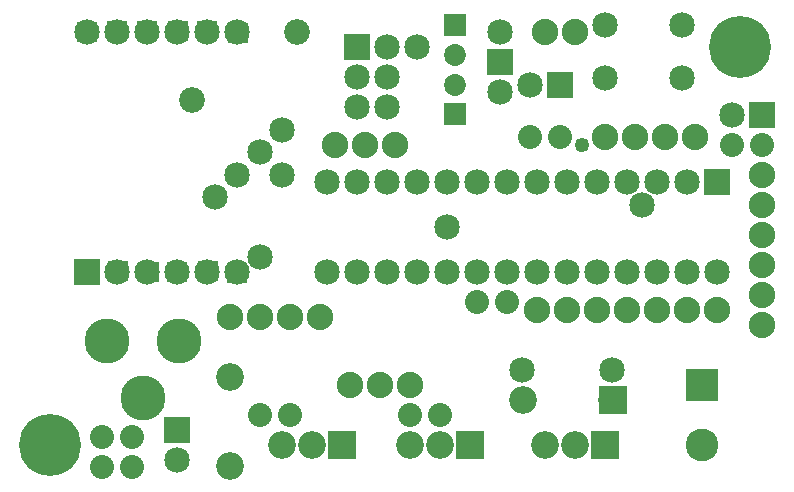
<source format=gbs>
G04 MADE WITH FRITZING*
G04 WWW.FRITZING.ORG*
G04 DOUBLE SIDED*
G04 HOLES PLATED*
G04 CONTOUR ON CENTER OF CONTOUR VECTOR*
%ASAXBY*%
%FSLAX23Y23*%
%MOIN*%
%OFA0B0*%
%SFA1.0B1.0*%
%ADD10C,0.085000*%
%ADD11C,0.088000*%
%ADD12C,0.150000*%
%ADD13C,0.080000*%
%ADD14C,0.092000*%
%ADD15C,0.072992*%
%ADD16C,0.049370*%
%ADD17C,0.206851*%
%ADD18C,0.109055*%
%ADD19C,0.085433*%
%ADD20R,0.085000X0.085000*%
%ADD21R,0.065556X0.065556*%
%ADD22R,0.092000X0.092000*%
%ADD23R,0.072992X0.072992*%
%ADD24R,0.109055X0.109055*%
%ADD25C,0.030000*%
%LNMASK0*%
G90*
G70*
G54D10*
X244Y703D03*
X344Y703D03*
X444Y703D03*
X544Y703D03*
X644Y703D03*
X744Y703D03*
X244Y1503D03*
X344Y1503D03*
X444Y1503D03*
X544Y1503D03*
X644Y1503D03*
X744Y1503D03*
G54D11*
X2495Y527D03*
X2495Y627D03*
X2495Y727D03*
X2495Y827D03*
X2495Y927D03*
X2495Y1027D03*
G54D10*
X2226Y1350D03*
X1970Y1350D03*
X2226Y1527D03*
X1970Y1527D03*
G54D12*
X550Y472D03*
X310Y472D03*
X430Y282D03*
G54D10*
X2345Y1002D03*
X2345Y702D03*
X2245Y1002D03*
X2245Y702D03*
X2145Y1002D03*
X2145Y702D03*
X2045Y1002D03*
X2045Y702D03*
X1945Y1002D03*
X1945Y702D03*
X1845Y1002D03*
X1845Y702D03*
X1745Y1002D03*
X1745Y702D03*
X1645Y1002D03*
X1645Y702D03*
X1545Y1002D03*
X1545Y702D03*
X1445Y1002D03*
X1445Y702D03*
X1345Y1002D03*
X1345Y702D03*
X1245Y1002D03*
X1245Y702D03*
X1145Y1002D03*
X1145Y702D03*
X1045Y1002D03*
X1045Y702D03*
G54D13*
X1320Y227D03*
X1420Y227D03*
X820Y227D03*
X920Y227D03*
X1720Y1152D03*
X1820Y1152D03*
G54D14*
X1095Y127D03*
X995Y127D03*
X895Y127D03*
X1520Y127D03*
X1420Y127D03*
X1320Y127D03*
X1970Y127D03*
X1870Y127D03*
X1770Y127D03*
G54D10*
X1995Y377D03*
X1695Y377D03*
X1145Y1452D03*
X1245Y1452D03*
X1145Y1352D03*
X1245Y1352D03*
X1145Y1252D03*
X1245Y1252D03*
G54D13*
X1545Y602D03*
X1645Y602D03*
G54D10*
X670Y952D03*
G54D11*
X2270Y1152D03*
X2170Y1152D03*
X2070Y1152D03*
X1970Y1152D03*
G54D14*
X1995Y277D03*
X1697Y277D03*
G54D10*
X745Y1027D03*
G54D15*
X1470Y1526D03*
X1470Y1427D03*
X1470Y1229D03*
X1470Y1327D03*
G54D11*
X1770Y1502D03*
X1870Y1502D03*
G54D16*
X1895Y1127D03*
G54D10*
X1820Y1327D03*
X1720Y1327D03*
G54D11*
X1745Y577D03*
X1845Y577D03*
X1945Y577D03*
X2045Y577D03*
X2145Y577D03*
X2245Y577D03*
X2345Y577D03*
G54D10*
X895Y1177D03*
G54D11*
X1320Y327D03*
X1220Y327D03*
X1120Y327D03*
G54D10*
X1620Y1502D03*
X1620Y1402D03*
X1620Y1302D03*
X545Y177D03*
X545Y77D03*
G54D14*
X719Y55D03*
X719Y353D03*
G54D13*
X395Y152D03*
X395Y52D03*
X295Y152D03*
X295Y52D03*
G54D17*
X2420Y1452D03*
X120Y127D03*
G54D13*
X2495Y1127D03*
X2394Y1127D03*
G54D10*
X2495Y1227D03*
X2395Y1227D03*
X2095Y927D03*
X820Y752D03*
G54D11*
X1020Y552D03*
X920Y552D03*
X820Y552D03*
X720Y552D03*
G54D10*
X820Y1102D03*
X895Y1027D03*
X1445Y852D03*
X1345Y1452D03*
G54D18*
X2295Y327D03*
X2295Y127D03*
G54D19*
X945Y1502D03*
X595Y1277D03*
G54D11*
X1270Y1127D03*
X1170Y1127D03*
X1070Y1127D03*
G54D20*
X244Y703D03*
G54D21*
X545Y702D03*
X646Y704D03*
X744Y700D03*
X748Y1500D03*
X643Y1505D03*
X548Y1506D03*
X443Y1506D03*
X343Y1505D03*
X245Y701D03*
X245Y1503D03*
X347Y705D03*
X450Y703D03*
G54D20*
X2345Y1002D03*
G54D22*
X1095Y127D03*
X1520Y127D03*
X1970Y127D03*
G54D20*
X1145Y1452D03*
G54D22*
X1996Y277D03*
G54D23*
X1470Y1526D03*
X1470Y1229D03*
G54D20*
X1820Y1327D03*
X1620Y1402D03*
X545Y177D03*
X2495Y1227D03*
G54D24*
X2295Y327D03*
G54D25*
G36*
X1967Y350D02*
X1967Y405D01*
X2022Y405D01*
X2022Y350D01*
X1967Y350D01*
G37*
D02*
G36*
X688Y85D02*
X750Y85D01*
X750Y23D01*
X688Y23D01*
X688Y85D01*
G37*
D02*
G04 End of Mask0*
M02*
</source>
